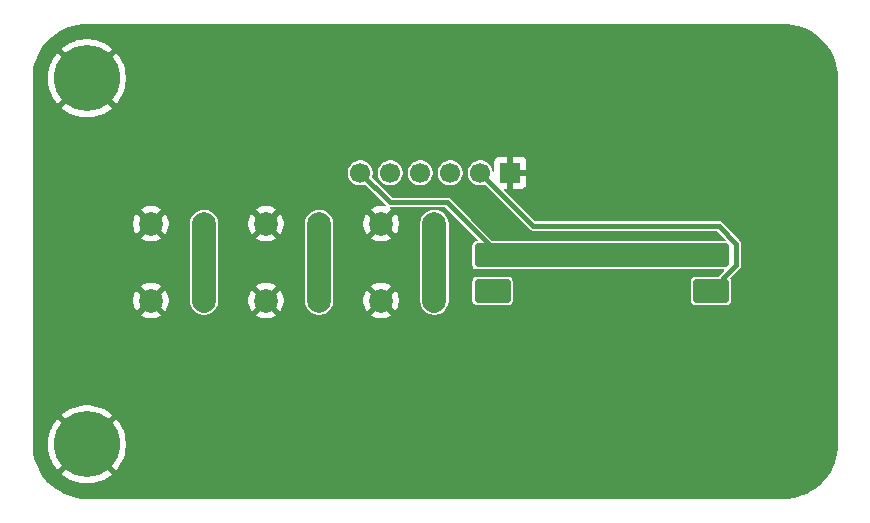
<source format=gtl>
G04 #@! TF.GenerationSoftware,KiCad,Pcbnew,9.0.0*
G04 #@! TF.CreationDate,2025-05-13T10:04:43+08:00*
G04 #@! TF.ProjectId,STEAM 2025 V4,53544541-4d20-4323-9032-352056342e6b,rev?*
G04 #@! TF.SameCoordinates,Original*
G04 #@! TF.FileFunction,Copper,L1,Top*
G04 #@! TF.FilePolarity,Positive*
%FSLAX46Y46*%
G04 Gerber Fmt 4.6, Leading zero omitted, Abs format (unit mm)*
G04 Created by KiCad (PCBNEW 9.0.0) date 2025-05-13 10:04:43*
%MOMM*%
%LPD*%
G01*
G04 APERTURE LIST*
G04 Aperture macros list*
%AMRoundRect*
0 Rectangle with rounded corners*
0 $1 Rounding radius*
0 $2 $3 $4 $5 $6 $7 $8 $9 X,Y pos of 4 corners*
0 Add a 4 corners polygon primitive as box body*
4,1,4,$2,$3,$4,$5,$6,$7,$8,$9,$2,$3,0*
0 Add four circle primitives for the rounded corners*
1,1,$1+$1,$2,$3*
1,1,$1+$1,$4,$5*
1,1,$1+$1,$6,$7*
1,1,$1+$1,$8,$9*
0 Add four rect primitives between the rounded corners*
20,1,$1+$1,$2,$3,$4,$5,0*
20,1,$1+$1,$4,$5,$6,$7,0*
20,1,$1+$1,$6,$7,$8,$9,0*
20,1,$1+$1,$8,$9,$2,$3,0*%
G04 Aperture macros list end*
G04 #@! TA.AperFunction,SMDPad,CuDef*
%ADD10RoundRect,0.200000X-1.300000X-0.800000X1.300000X-0.800000X1.300000X0.800000X-1.300000X0.800000X0*%
G04 #@! TD*
G04 #@! TA.AperFunction,ComponentPad*
%ADD11C,2.000000*%
G04 #@! TD*
G04 #@! TA.AperFunction,ComponentPad*
%ADD12R,1.700000X1.700000*%
G04 #@! TD*
G04 #@! TA.AperFunction,ComponentPad*
%ADD13C,1.700000*%
G04 #@! TD*
G04 #@! TA.AperFunction,ComponentPad*
%ADD14C,5.600000*%
G04 #@! TD*
G04 #@! TA.AperFunction,Conductor*
%ADD15C,0.400000*%
G04 #@! TD*
G04 #@! TA.AperFunction,Conductor*
%ADD16C,2.000000*%
G04 #@! TD*
G04 #@! TA.AperFunction,Conductor*
%ADD17C,0.200000*%
G04 #@! TD*
G04 APERTURE END LIST*
D10*
X131350000Y-148990000D03*
X149850000Y-148990000D03*
X131350000Y-151990000D03*
X131350000Y-154990000D03*
X149850000Y-154990000D03*
X149850000Y-151990000D03*
D11*
X126420000Y-146320000D03*
X126420000Y-152820000D03*
X121920000Y-146320000D03*
X121920000Y-152820000D03*
D12*
X132850000Y-142000000D03*
D13*
X130310000Y-142000000D03*
X127770000Y-142000000D03*
X125230000Y-142000000D03*
X122690000Y-142000000D03*
X120150000Y-142000000D03*
D11*
X116670000Y-146320000D03*
X116670000Y-152820000D03*
X112170000Y-146320000D03*
X112170000Y-152820000D03*
X106920000Y-146320000D03*
X106920000Y-152820000D03*
X102420000Y-146320000D03*
X102420000Y-152820000D03*
D14*
X156000000Y-134000000D03*
X156000000Y-165000000D03*
X97000000Y-165000000D03*
X97000000Y-134000000D03*
D15*
X152000000Y-149840000D02*
X149850000Y-151990000D01*
X152000000Y-148000000D02*
X152000000Y-149840000D01*
X150500000Y-146500000D02*
X152000000Y-148000000D01*
X134810000Y-146500000D02*
X150500000Y-146500000D01*
X130310000Y-142000000D02*
X134810000Y-146500000D01*
D16*
X126420000Y-146320000D02*
X126420000Y-152820000D01*
X116670000Y-146570000D02*
X116670000Y-152570000D01*
D17*
X131350000Y-148350000D02*
X131350000Y-148990000D01*
D15*
X127500000Y-144500000D02*
X131350000Y-148350000D01*
X122650000Y-144500000D02*
X127500000Y-144500000D01*
X120150000Y-142000000D02*
X122650000Y-144500000D01*
D16*
X131350000Y-148990000D02*
X149850000Y-148990000D01*
X106920000Y-146320000D02*
X106920000Y-152820000D01*
G04 #@! TA.AperFunction,Conductor*
G36*
X156001603Y-129400570D02*
G01*
X156397654Y-129417861D01*
X156404075Y-129418423D01*
X156795498Y-129469956D01*
X156801844Y-129471075D01*
X157187300Y-129556528D01*
X157193504Y-129558190D01*
X157517561Y-129660365D01*
X157570042Y-129676913D01*
X157576108Y-129679121D01*
X157940844Y-129830199D01*
X157946695Y-129832927D01*
X158296884Y-130015224D01*
X158302475Y-130018452D01*
X158635442Y-130230575D01*
X158640727Y-130234275D01*
X158953936Y-130474610D01*
X158958871Y-130478750D01*
X159067564Y-130578349D01*
X159249955Y-130745479D01*
X159254520Y-130750044D01*
X159444531Y-130957404D01*
X159495687Y-131013232D01*
X159521245Y-131041123D01*
X159525391Y-131046066D01*
X159729321Y-131311832D01*
X159765721Y-131359269D01*
X159769424Y-131364557D01*
X159981547Y-131697524D01*
X159984775Y-131703115D01*
X160167072Y-132053304D01*
X160169800Y-132059155D01*
X160320878Y-132423891D01*
X160323086Y-132429957D01*
X160441804Y-132806479D01*
X160443475Y-132812715D01*
X160528923Y-133198150D01*
X160530044Y-133204507D01*
X160581575Y-133595919D01*
X160582138Y-133602350D01*
X160599430Y-133998396D01*
X160599500Y-134001624D01*
X160599500Y-164998375D01*
X160599430Y-165001603D01*
X160582138Y-165397649D01*
X160581575Y-165404080D01*
X160530044Y-165795492D01*
X160528923Y-165801849D01*
X160443475Y-166187284D01*
X160441804Y-166193520D01*
X160323086Y-166570042D01*
X160320878Y-166576108D01*
X160169800Y-166940844D01*
X160167072Y-166946695D01*
X159984775Y-167296884D01*
X159981547Y-167302475D01*
X159769424Y-167635442D01*
X159765721Y-167640730D01*
X159525394Y-167953930D01*
X159521245Y-167958876D01*
X159254520Y-168249955D01*
X159249955Y-168254520D01*
X158958876Y-168521245D01*
X158953930Y-168525394D01*
X158640730Y-168765721D01*
X158635442Y-168769424D01*
X158302475Y-168981547D01*
X158296884Y-168984775D01*
X157946695Y-169167072D01*
X157940844Y-169169800D01*
X157576108Y-169320878D01*
X157570042Y-169323086D01*
X157193520Y-169441804D01*
X157187284Y-169443475D01*
X156801849Y-169528923D01*
X156795492Y-169530044D01*
X156404080Y-169581575D01*
X156397649Y-169582138D01*
X156001603Y-169599430D01*
X155998375Y-169599500D01*
X97001625Y-169599500D01*
X96998397Y-169599430D01*
X96602350Y-169582138D01*
X96595919Y-169581575D01*
X96204507Y-169530044D01*
X96198150Y-169528923D01*
X95812715Y-169443475D01*
X95806479Y-169441804D01*
X95429957Y-169323086D01*
X95423891Y-169320878D01*
X95059155Y-169169800D01*
X95053304Y-169167072D01*
X94703115Y-168984775D01*
X94697524Y-168981547D01*
X94364557Y-168769424D01*
X94359269Y-168765721D01*
X94046069Y-168525394D01*
X94041123Y-168521245D01*
X93750044Y-168254520D01*
X93745479Y-168249955D01*
X93578349Y-168067564D01*
X93478750Y-167958871D01*
X93474605Y-167953930D01*
X93382517Y-167833919D01*
X93234275Y-167640727D01*
X93230575Y-167635442D01*
X93153678Y-167514738D01*
X93018452Y-167302475D01*
X93015224Y-167296884D01*
X92832927Y-166946695D01*
X92830199Y-166940844D01*
X92679121Y-166576108D01*
X92676913Y-166570042D01*
X92613349Y-166368443D01*
X92558190Y-166193504D01*
X92556528Y-166187300D01*
X92471075Y-165801844D01*
X92469955Y-165795492D01*
X92446085Y-165614187D01*
X92418423Y-165404075D01*
X92417861Y-165397649D01*
X92400570Y-165001603D01*
X92400500Y-164998375D01*
X92400500Y-164837881D01*
X93700000Y-164837881D01*
X93700000Y-165162118D01*
X93731781Y-165484799D01*
X93795034Y-165802797D01*
X93889157Y-166113076D01*
X93889162Y-166113090D01*
X94013232Y-166412622D01*
X94013236Y-166412630D01*
X94166080Y-166698582D01*
X94166081Y-166698584D01*
X94346213Y-166968173D01*
X94495889Y-167150553D01*
X95705746Y-165940696D01*
X95779588Y-166042330D01*
X95957670Y-166220412D01*
X96059301Y-166294251D01*
X94849444Y-167504109D01*
X95031826Y-167653786D01*
X95301415Y-167833918D01*
X95301417Y-167833919D01*
X95587369Y-167986763D01*
X95587377Y-167986767D01*
X95886909Y-168110837D01*
X95886923Y-168110842D01*
X96197202Y-168204965D01*
X96515200Y-168268218D01*
X96837882Y-168300000D01*
X97162118Y-168300000D01*
X97484799Y-168268218D01*
X97802797Y-168204965D01*
X98113076Y-168110842D01*
X98113090Y-168110837D01*
X98412622Y-167986767D01*
X98412630Y-167986763D01*
X98698582Y-167833919D01*
X98698584Y-167833918D01*
X98968173Y-167653786D01*
X99150554Y-167504109D01*
X97940697Y-166294252D01*
X98042330Y-166220412D01*
X98220412Y-166042330D01*
X98294252Y-165940697D01*
X99504109Y-167150554D01*
X99653786Y-166968173D01*
X99833918Y-166698584D01*
X99833919Y-166698582D01*
X99986763Y-166412630D01*
X99986767Y-166412622D01*
X100110837Y-166113090D01*
X100110842Y-166113076D01*
X100204965Y-165802797D01*
X100268218Y-165484799D01*
X100300000Y-165162118D01*
X100300000Y-164837881D01*
X100268218Y-164515200D01*
X100204965Y-164197202D01*
X100110842Y-163886923D01*
X100110837Y-163886909D01*
X99986767Y-163587377D01*
X99986763Y-163587369D01*
X99833919Y-163301417D01*
X99833918Y-163301415D01*
X99653786Y-163031826D01*
X99504108Y-162849444D01*
X98294251Y-164059301D01*
X98220412Y-163957670D01*
X98042330Y-163779588D01*
X97940696Y-163705747D01*
X99150554Y-162495890D01*
X98968173Y-162346213D01*
X98698584Y-162166081D01*
X98698582Y-162166080D01*
X98412630Y-162013236D01*
X98412622Y-162013232D01*
X98113090Y-161889162D01*
X98113076Y-161889157D01*
X97802797Y-161795034D01*
X97484799Y-161731781D01*
X97162118Y-161700000D01*
X96837882Y-161700000D01*
X96515200Y-161731781D01*
X96197202Y-161795034D01*
X95886923Y-161889157D01*
X95886909Y-161889162D01*
X95587377Y-162013232D01*
X95587369Y-162013236D01*
X95301417Y-162166080D01*
X95301415Y-162166081D01*
X95031822Y-162346217D01*
X94849444Y-162495889D01*
X96059302Y-163705747D01*
X95957670Y-163779588D01*
X95779588Y-163957670D01*
X95705747Y-164059302D01*
X94495889Y-162849444D01*
X94346217Y-163031822D01*
X94166081Y-163301415D01*
X94166080Y-163301417D01*
X94013236Y-163587369D01*
X94013232Y-163587377D01*
X93889162Y-163886909D01*
X93889157Y-163886923D01*
X93795034Y-164197202D01*
X93731781Y-164515200D01*
X93700000Y-164837881D01*
X92400500Y-164837881D01*
X92400500Y-152701946D01*
X100920000Y-152701946D01*
X100920000Y-152938053D01*
X100956934Y-153171248D01*
X100956937Y-153171261D01*
X101029892Y-153395792D01*
X101137082Y-153606166D01*
X101197340Y-153689105D01*
X101896212Y-152990233D01*
X101907482Y-153032292D01*
X101979890Y-153157708D01*
X102082292Y-153260110D01*
X102207708Y-153332518D01*
X102249765Y-153343787D01*
X101550893Y-154042658D01*
X101633833Y-154102917D01*
X101844207Y-154210107D01*
X102068738Y-154283062D01*
X102068751Y-154283065D01*
X102301946Y-154320000D01*
X102538054Y-154320000D01*
X102771248Y-154283065D01*
X102771261Y-154283062D01*
X102995792Y-154210107D01*
X103206170Y-154102915D01*
X103289105Y-154042659D01*
X102590234Y-153343787D01*
X102632292Y-153332518D01*
X102757708Y-153260110D01*
X102860110Y-153157708D01*
X102932518Y-153032292D01*
X102943787Y-152990233D01*
X103642659Y-153689105D01*
X103702915Y-153606170D01*
X103810107Y-153395792D01*
X103883062Y-153171261D01*
X103883065Y-153171248D01*
X103920000Y-152938053D01*
X103920000Y-152701946D01*
X103883065Y-152468751D01*
X103883062Y-152468738D01*
X103810107Y-152244207D01*
X103702917Y-152033833D01*
X103642658Y-151950893D01*
X102943787Y-152649764D01*
X102932518Y-152607708D01*
X102860110Y-152482292D01*
X102757708Y-152379890D01*
X102632292Y-152307482D01*
X102590232Y-152296212D01*
X103289105Y-151597340D01*
X103289106Y-151597340D01*
X103206166Y-151537082D01*
X102995792Y-151429892D01*
X102771261Y-151356937D01*
X102771248Y-151356934D01*
X102538054Y-151320000D01*
X102301946Y-151320000D01*
X102068751Y-151356934D01*
X102068738Y-151356937D01*
X101844207Y-151429892D01*
X101633828Y-151537084D01*
X101550893Y-151597339D01*
X101550893Y-151597340D01*
X102249765Y-152296212D01*
X102207708Y-152307482D01*
X102082292Y-152379890D01*
X101979890Y-152482292D01*
X101907482Y-152607708D01*
X101896212Y-152649765D01*
X101197340Y-151950893D01*
X101197339Y-151950893D01*
X101137084Y-152033828D01*
X101029892Y-152244207D01*
X100956937Y-152468738D01*
X100956934Y-152468751D01*
X100920000Y-152701946D01*
X92400500Y-152701946D01*
X92400500Y-146201946D01*
X100920000Y-146201946D01*
X100920000Y-146438053D01*
X100956934Y-146671248D01*
X100956937Y-146671261D01*
X101029892Y-146895792D01*
X101137082Y-147106166D01*
X101197340Y-147189105D01*
X101896212Y-146490233D01*
X101907482Y-146532292D01*
X101979890Y-146657708D01*
X102082292Y-146760110D01*
X102207708Y-146832518D01*
X102249765Y-146843787D01*
X101550893Y-147542658D01*
X101633833Y-147602917D01*
X101844207Y-147710107D01*
X102068738Y-147783062D01*
X102068751Y-147783065D01*
X102301946Y-147820000D01*
X102538054Y-147820000D01*
X102771248Y-147783065D01*
X102771261Y-147783062D01*
X102995792Y-147710107D01*
X103206170Y-147602915D01*
X103289105Y-147542659D01*
X102590234Y-146843787D01*
X102632292Y-146832518D01*
X102757708Y-146760110D01*
X102860110Y-146657708D01*
X102932518Y-146532292D01*
X102943787Y-146490233D01*
X103642659Y-147189105D01*
X103702915Y-147106170D01*
X103810107Y-146895792D01*
X103883062Y-146671261D01*
X103883065Y-146671248D01*
X103920000Y-146438053D01*
X103920000Y-146225518D01*
X105719500Y-146225518D01*
X105719500Y-152914481D01*
X105749059Y-153101115D01*
X105749062Y-153101128D01*
X105807449Y-153280824D01*
X105807452Y-153280831D01*
X105807453Y-153280832D01*
X105893240Y-153449199D01*
X106004310Y-153602073D01*
X106137927Y-153735690D01*
X106290801Y-153846760D01*
X106459168Y-153932547D01*
X106459171Y-153932547D01*
X106459175Y-153932550D01*
X106638871Y-153990937D01*
X106638877Y-153990938D01*
X106638882Y-153990940D01*
X106763306Y-154010646D01*
X106825518Y-154020500D01*
X106825519Y-154020500D01*
X107014482Y-154020500D01*
X107061140Y-154013110D01*
X107201118Y-153990940D01*
X107201125Y-153990937D01*
X107201128Y-153990937D01*
X107345343Y-153944078D01*
X107345345Y-153944078D01*
X107380826Y-153932549D01*
X107380826Y-153932548D01*
X107380832Y-153932547D01*
X107549199Y-153846760D01*
X107702073Y-153735690D01*
X107835690Y-153602073D01*
X107946760Y-153449199D01*
X108032547Y-153280832D01*
X108066725Y-153175646D01*
X108090937Y-153101128D01*
X108090937Y-153101125D01*
X108090940Y-153101118D01*
X108120500Y-152914481D01*
X108120500Y-152701946D01*
X110670000Y-152701946D01*
X110670000Y-152938053D01*
X110706934Y-153171248D01*
X110706937Y-153171261D01*
X110779892Y-153395792D01*
X110887082Y-153606166D01*
X110947340Y-153689105D01*
X111646212Y-152990233D01*
X111657482Y-153032292D01*
X111729890Y-153157708D01*
X111832292Y-153260110D01*
X111957708Y-153332518D01*
X111999765Y-153343787D01*
X111300893Y-154042658D01*
X111383833Y-154102917D01*
X111594207Y-154210107D01*
X111818738Y-154283062D01*
X111818751Y-154283065D01*
X112051946Y-154320000D01*
X112288054Y-154320000D01*
X112521248Y-154283065D01*
X112521261Y-154283062D01*
X112745792Y-154210107D01*
X112956170Y-154102915D01*
X113039105Y-154042659D01*
X112340234Y-153343787D01*
X112382292Y-153332518D01*
X112507708Y-153260110D01*
X112610110Y-153157708D01*
X112682518Y-153032292D01*
X112693787Y-152990233D01*
X113392659Y-153689105D01*
X113452915Y-153606170D01*
X113560107Y-153395792D01*
X113633062Y-153171261D01*
X113633065Y-153171248D01*
X113670000Y-152938053D01*
X113670000Y-152701946D01*
X113633065Y-152468751D01*
X113633062Y-152468738D01*
X113560107Y-152244207D01*
X113452917Y-152033833D01*
X113392658Y-151950893D01*
X112693787Y-152649764D01*
X112682518Y-152607708D01*
X112610110Y-152482292D01*
X112507708Y-152379890D01*
X112382292Y-152307482D01*
X112340232Y-152296212D01*
X113039105Y-151597340D01*
X113039106Y-151597340D01*
X112956166Y-151537082D01*
X112745792Y-151429892D01*
X112521261Y-151356937D01*
X112521248Y-151356934D01*
X112288054Y-151320000D01*
X112051946Y-151320000D01*
X111818751Y-151356934D01*
X111818738Y-151356937D01*
X111594207Y-151429892D01*
X111383828Y-151537084D01*
X111300893Y-151597339D01*
X111300893Y-151597340D01*
X111999765Y-152296212D01*
X111957708Y-152307482D01*
X111832292Y-152379890D01*
X111729890Y-152482292D01*
X111657482Y-152607708D01*
X111646212Y-152649765D01*
X110947340Y-151950893D01*
X110947339Y-151950893D01*
X110887084Y-152033828D01*
X110779892Y-152244207D01*
X110706937Y-152468738D01*
X110706934Y-152468751D01*
X110670000Y-152701946D01*
X108120500Y-152701946D01*
X108120500Y-146225519D01*
X108120500Y-146225516D01*
X108118140Y-146210615D01*
X108116767Y-146201946D01*
X110670000Y-146201946D01*
X110670000Y-146438053D01*
X110706934Y-146671248D01*
X110706937Y-146671261D01*
X110779892Y-146895792D01*
X110887082Y-147106166D01*
X110947340Y-147189105D01*
X111646212Y-146490233D01*
X111657482Y-146532292D01*
X111729890Y-146657708D01*
X111832292Y-146760110D01*
X111957708Y-146832518D01*
X111999765Y-146843787D01*
X111300893Y-147542658D01*
X111383833Y-147602917D01*
X111594207Y-147710107D01*
X111818738Y-147783062D01*
X111818751Y-147783065D01*
X112051946Y-147820000D01*
X112288054Y-147820000D01*
X112521248Y-147783065D01*
X112521261Y-147783062D01*
X112745792Y-147710107D01*
X112956170Y-147602915D01*
X113039105Y-147542659D01*
X112340234Y-146843787D01*
X112382292Y-146832518D01*
X112507708Y-146760110D01*
X112610110Y-146657708D01*
X112682518Y-146532292D01*
X112693787Y-146490233D01*
X113392659Y-147189105D01*
X113452915Y-147106170D01*
X113560107Y-146895792D01*
X113633062Y-146671261D01*
X113633065Y-146671248D01*
X113670000Y-146438053D01*
X113670000Y-146225518D01*
X115469500Y-146225518D01*
X115469500Y-146414482D01*
X115472500Y-146433425D01*
X115472500Y-146456575D01*
X115469500Y-146475517D01*
X115469500Y-152664482D01*
X115472500Y-152683425D01*
X115472500Y-152706575D01*
X115469500Y-152725517D01*
X115469500Y-152914481D01*
X115499059Y-153101115D01*
X115499062Y-153101128D01*
X115557449Y-153280824D01*
X115557452Y-153280831D01*
X115557453Y-153280832D01*
X115643240Y-153449199D01*
X115754310Y-153602073D01*
X115887927Y-153735690D01*
X116040801Y-153846760D01*
X116209168Y-153932547D01*
X116209171Y-153932547D01*
X116209175Y-153932550D01*
X116388871Y-153990937D01*
X116388877Y-153990938D01*
X116388882Y-153990940D01*
X116513306Y-154010646D01*
X116575518Y-154020500D01*
X116575519Y-154020500D01*
X116764482Y-154020500D01*
X116811140Y-154013110D01*
X116951118Y-153990940D01*
X116951125Y-153990937D01*
X116951128Y-153990937D01*
X117095343Y-153944078D01*
X117095345Y-153944078D01*
X117130826Y-153932549D01*
X117130826Y-153932548D01*
X117130832Y-153932547D01*
X117299199Y-153846760D01*
X117452073Y-153735690D01*
X117585690Y-153602073D01*
X117696760Y-153449199D01*
X117782547Y-153280832D01*
X117816725Y-153175646D01*
X117840937Y-153101128D01*
X117840937Y-153101125D01*
X117840940Y-153101118D01*
X117870500Y-152914481D01*
X117870500Y-152725519D01*
X117870500Y-152725517D01*
X117870500Y-152725515D01*
X117868140Y-152710620D01*
X117867499Y-152706572D01*
X117867499Y-152701946D01*
X120420000Y-152701946D01*
X120420000Y-152938053D01*
X120456934Y-153171248D01*
X120456937Y-153171261D01*
X120529892Y-153395792D01*
X120637082Y-153606166D01*
X120697340Y-153689105D01*
X121396212Y-152990233D01*
X121407482Y-153032292D01*
X121479890Y-153157708D01*
X121582292Y-153260110D01*
X121707708Y-153332518D01*
X121749765Y-153343787D01*
X121050893Y-154042658D01*
X121133833Y-154102917D01*
X121344207Y-154210107D01*
X121568738Y-154283062D01*
X121568751Y-154283065D01*
X121801946Y-154320000D01*
X122038054Y-154320000D01*
X122271248Y-154283065D01*
X122271261Y-154283062D01*
X122495792Y-154210107D01*
X122706170Y-154102915D01*
X122789105Y-154042659D01*
X122090234Y-153343787D01*
X122132292Y-153332518D01*
X122257708Y-153260110D01*
X122360110Y-153157708D01*
X122432518Y-153032292D01*
X122443787Y-152990233D01*
X123142659Y-153689105D01*
X123202915Y-153606170D01*
X123310107Y-153395792D01*
X123383062Y-153171261D01*
X123383065Y-153171248D01*
X123420000Y-152938053D01*
X123420000Y-152701946D01*
X123383065Y-152468751D01*
X123383062Y-152468738D01*
X123310107Y-152244207D01*
X123202917Y-152033833D01*
X123142658Y-151950893D01*
X122443787Y-152649764D01*
X122432518Y-152607708D01*
X122360110Y-152482292D01*
X122257708Y-152379890D01*
X122132292Y-152307482D01*
X122090232Y-152296212D01*
X122789105Y-151597340D01*
X122789106Y-151597340D01*
X122706166Y-151537082D01*
X122495792Y-151429892D01*
X122271261Y-151356937D01*
X122271248Y-151356934D01*
X122038054Y-151320000D01*
X121801946Y-151320000D01*
X121568751Y-151356934D01*
X121568738Y-151356937D01*
X121344207Y-151429892D01*
X121133828Y-151537084D01*
X121050893Y-151597339D01*
X121050893Y-151597340D01*
X121749765Y-152296212D01*
X121707708Y-152307482D01*
X121582292Y-152379890D01*
X121479890Y-152482292D01*
X121407482Y-152607708D01*
X121396212Y-152649765D01*
X120697340Y-151950893D01*
X120697339Y-151950893D01*
X120637084Y-152033828D01*
X120529892Y-152244207D01*
X120456937Y-152468738D01*
X120456934Y-152468751D01*
X120420000Y-152701946D01*
X117867499Y-152701946D01*
X117867500Y-152683421D01*
X117870499Y-152664485D01*
X117870500Y-152664484D01*
X117870500Y-146475515D01*
X117870499Y-146475514D01*
X117867500Y-146456579D01*
X117867500Y-146433421D01*
X117870499Y-146414485D01*
X117870500Y-146414484D01*
X117870500Y-146225516D01*
X117868140Y-146210615D01*
X117840940Y-146038884D01*
X117840937Y-146038871D01*
X117782550Y-145859175D01*
X117782547Y-145859171D01*
X117782547Y-145859168D01*
X117696760Y-145690801D01*
X117585690Y-145537927D01*
X117452073Y-145404310D01*
X117452070Y-145404307D01*
X117452068Y-145404306D01*
X117299198Y-145293239D01*
X117130824Y-145207449D01*
X116951128Y-145149062D01*
X116951115Y-145149059D01*
X116764482Y-145119500D01*
X116764481Y-145119500D01*
X116575519Y-145119500D01*
X116575518Y-145119500D01*
X116388884Y-145149059D01*
X116388871Y-145149062D01*
X116209175Y-145207449D01*
X116040801Y-145293239D01*
X115887931Y-145404306D01*
X115754306Y-145537931D01*
X115643239Y-145690801D01*
X115557449Y-145859175D01*
X115499062Y-146038871D01*
X115499059Y-146038884D01*
X115469500Y-146225518D01*
X113670000Y-146225518D01*
X113670000Y-146201946D01*
X113633065Y-145968751D01*
X113633062Y-145968738D01*
X113560107Y-145744207D01*
X113452917Y-145533833D01*
X113392658Y-145450893D01*
X112693787Y-146149764D01*
X112682518Y-146107708D01*
X112610110Y-145982292D01*
X112507708Y-145879890D01*
X112382292Y-145807482D01*
X112340232Y-145796212D01*
X113039105Y-145097340D01*
X113039106Y-145097340D01*
X112956166Y-145037082D01*
X112745792Y-144929892D01*
X112521261Y-144856937D01*
X112521248Y-144856934D01*
X112288054Y-144820000D01*
X112051946Y-144820000D01*
X111818751Y-144856934D01*
X111818738Y-144856937D01*
X111594207Y-144929892D01*
X111383828Y-145037084D01*
X111300893Y-145097339D01*
X111300893Y-145097340D01*
X111999765Y-145796212D01*
X111957708Y-145807482D01*
X111832292Y-145879890D01*
X111729890Y-145982292D01*
X111657482Y-146107708D01*
X111646212Y-146149765D01*
X110947340Y-145450893D01*
X110947339Y-145450893D01*
X110887084Y-145533828D01*
X110779892Y-145744207D01*
X110706937Y-145968738D01*
X110706934Y-145968751D01*
X110670000Y-146201946D01*
X108116767Y-146201946D01*
X108090940Y-146038884D01*
X108090937Y-146038871D01*
X108032550Y-145859175D01*
X108032547Y-145859171D01*
X108032547Y-145859168D01*
X107946760Y-145690801D01*
X107835690Y-145537927D01*
X107702073Y-145404310D01*
X107702070Y-145404307D01*
X107702068Y-145404306D01*
X107549198Y-145293239D01*
X107380826Y-145207450D01*
X107345342Y-145195921D01*
X107345341Y-145195920D01*
X107201128Y-145149062D01*
X107201115Y-145149059D01*
X107014482Y-145119500D01*
X107014481Y-145119500D01*
X106825519Y-145119500D01*
X106825518Y-145119500D01*
X106638884Y-145149059D01*
X106638871Y-145149062D01*
X106459175Y-145207449D01*
X106290801Y-145293239D01*
X106137931Y-145404306D01*
X106004306Y-145537931D01*
X105893239Y-145690801D01*
X105807449Y-145859175D01*
X105749062Y-146038871D01*
X105749059Y-146038884D01*
X105719500Y-146225518D01*
X103920000Y-146225518D01*
X103920000Y-146201946D01*
X103883065Y-145968751D01*
X103883062Y-145968738D01*
X103810107Y-145744207D01*
X103702917Y-145533833D01*
X103642658Y-145450893D01*
X102943787Y-146149764D01*
X102932518Y-146107708D01*
X102860110Y-145982292D01*
X102757708Y-145879890D01*
X102632292Y-145807482D01*
X102590232Y-145796212D01*
X103289105Y-145097340D01*
X103289106Y-145097340D01*
X103206166Y-145037082D01*
X102995792Y-144929892D01*
X102771261Y-144856937D01*
X102771248Y-144856934D01*
X102538054Y-144820000D01*
X102301946Y-144820000D01*
X102068751Y-144856934D01*
X102068738Y-144856937D01*
X101844207Y-144929892D01*
X101633828Y-145037084D01*
X101550893Y-145097339D01*
X101550893Y-145097340D01*
X102249765Y-145796212D01*
X102207708Y-145807482D01*
X102082292Y-145879890D01*
X101979890Y-145982292D01*
X101907482Y-146107708D01*
X101896212Y-146149765D01*
X101197340Y-145450893D01*
X101197339Y-145450893D01*
X101137084Y-145533828D01*
X101029892Y-145744207D01*
X100956937Y-145968738D01*
X100956934Y-145968751D01*
X100920000Y-146201946D01*
X92400500Y-146201946D01*
X92400500Y-141896535D01*
X119099500Y-141896535D01*
X119099500Y-142103464D01*
X119139868Y-142306413D01*
X119139870Y-142306420D01*
X119219059Y-142497598D01*
X119334023Y-142669655D01*
X119480345Y-142815977D01*
X119652402Y-142930941D01*
X119843580Y-143010130D01*
X120046535Y-143050500D01*
X120046536Y-143050500D01*
X120253464Y-143050500D01*
X120253465Y-143050500D01*
X120456420Y-143010130D01*
X120507837Y-142988832D01*
X120564472Y-142988832D01*
X120588480Y-143004873D01*
X122311359Y-144727752D01*
X122333033Y-144780077D01*
X122311359Y-144832403D01*
X122259033Y-144854077D01*
X122247457Y-144853166D01*
X122038054Y-144820000D01*
X121801946Y-144820000D01*
X121568751Y-144856934D01*
X121568738Y-144856937D01*
X121344207Y-144929892D01*
X121133828Y-145037084D01*
X121050893Y-145097339D01*
X121050893Y-145097340D01*
X121749765Y-145796212D01*
X121707708Y-145807482D01*
X121582292Y-145879890D01*
X121479890Y-145982292D01*
X121407482Y-146107708D01*
X121396212Y-146149765D01*
X120697340Y-145450893D01*
X120697339Y-145450893D01*
X120637084Y-145533828D01*
X120529892Y-145744207D01*
X120456937Y-145968738D01*
X120456934Y-145968751D01*
X120420000Y-146201946D01*
X120420000Y-146438053D01*
X120456934Y-146671248D01*
X120456937Y-146671261D01*
X120529892Y-146895792D01*
X120637082Y-147106166D01*
X120697340Y-147189105D01*
X121396212Y-146490233D01*
X121407482Y-146532292D01*
X121479890Y-146657708D01*
X121582292Y-146760110D01*
X121707708Y-146832518D01*
X121749765Y-146843787D01*
X121050893Y-147542658D01*
X121133833Y-147602917D01*
X121344207Y-147710107D01*
X121568738Y-147783062D01*
X121568751Y-147783065D01*
X121801946Y-147820000D01*
X122038054Y-147820000D01*
X122271248Y-147783065D01*
X122271261Y-147783062D01*
X122495792Y-147710107D01*
X122706170Y-147602915D01*
X122789105Y-147542659D01*
X122090234Y-146843787D01*
X122132292Y-146832518D01*
X122257708Y-146760110D01*
X122360110Y-146657708D01*
X122432518Y-146532292D01*
X122443787Y-146490233D01*
X123142659Y-147189105D01*
X123202915Y-147106170D01*
X123310107Y-146895792D01*
X123383062Y-146671261D01*
X123383065Y-146671248D01*
X123420000Y-146438053D01*
X123420000Y-146225518D01*
X125219500Y-146225518D01*
X125219500Y-152914481D01*
X125249059Y-153101115D01*
X125249062Y-153101128D01*
X125307449Y-153280824D01*
X125307452Y-153280831D01*
X125307453Y-153280832D01*
X125393240Y-153449199D01*
X125504310Y-153602073D01*
X125637927Y-153735690D01*
X125790801Y-153846760D01*
X125959168Y-153932547D01*
X125959171Y-153932547D01*
X125959175Y-153932550D01*
X126138871Y-153990937D01*
X126138877Y-153990938D01*
X126138882Y-153990940D01*
X126263306Y-154010646D01*
X126325518Y-154020500D01*
X126325519Y-154020500D01*
X126514482Y-154020500D01*
X126561140Y-154013110D01*
X126701118Y-153990940D01*
X126701125Y-153990937D01*
X126701128Y-153990937D01*
X126880824Y-153932550D01*
X126880826Y-153932548D01*
X126880832Y-153932547D01*
X127049199Y-153846760D01*
X127202073Y-153735690D01*
X127335690Y-153602073D01*
X127446760Y-153449199D01*
X127532547Y-153280832D01*
X127566725Y-153175646D01*
X127590937Y-153101128D01*
X127590937Y-153101125D01*
X127590940Y-153101118D01*
X127620500Y-152914481D01*
X127620500Y-151158480D01*
X129649500Y-151158480D01*
X129649500Y-152821519D01*
X129664353Y-152915304D01*
X129664354Y-152915306D01*
X129721950Y-153028342D01*
X129811658Y-153118050D01*
X129924696Y-153175646D01*
X130018481Y-153190500D01*
X132681518Y-153190499D01*
X132681519Y-153190499D01*
X132775304Y-153175646D01*
X132775306Y-153175645D01*
X132783910Y-153171261D01*
X132888342Y-153118050D01*
X132978050Y-153028342D01*
X133035646Y-152915304D01*
X133050500Y-152821519D01*
X133050499Y-151158482D01*
X133035646Y-151064696D01*
X133035646Y-151064695D01*
X133035645Y-151064693D01*
X132978049Y-150951657D01*
X132888343Y-150861951D01*
X132888342Y-150861950D01*
X132775304Y-150804354D01*
X132775302Y-150804353D01*
X132775301Y-150804353D01*
X132681519Y-150789500D01*
X130018480Y-150789500D01*
X129924695Y-150804353D01*
X129924693Y-150804354D01*
X129811657Y-150861950D01*
X129721951Y-150951656D01*
X129664353Y-151064698D01*
X129649500Y-151158480D01*
X127620500Y-151158480D01*
X127620500Y-146225519D01*
X127618139Y-146210615D01*
X127604864Y-146126795D01*
X127590940Y-146038882D01*
X127590938Y-146038877D01*
X127590937Y-146038871D01*
X127532550Y-145859175D01*
X127532547Y-145859171D01*
X127532547Y-145859168D01*
X127446760Y-145690801D01*
X127335690Y-145537927D01*
X127202073Y-145404310D01*
X127202070Y-145404307D01*
X127202068Y-145404306D01*
X127049198Y-145293239D01*
X126880824Y-145207449D01*
X126701128Y-145149062D01*
X126701115Y-145149059D01*
X126514482Y-145119500D01*
X126514481Y-145119500D01*
X126325519Y-145119500D01*
X126325518Y-145119500D01*
X126138884Y-145149059D01*
X126138871Y-145149062D01*
X125959175Y-145207449D01*
X125790801Y-145293239D01*
X125637931Y-145404306D01*
X125504306Y-145537931D01*
X125393239Y-145690801D01*
X125307449Y-145859175D01*
X125249062Y-146038871D01*
X125249059Y-146038884D01*
X125219500Y-146225518D01*
X123420000Y-146225518D01*
X123420000Y-146201946D01*
X123383065Y-145968751D01*
X123383062Y-145968738D01*
X123310107Y-145744207D01*
X123202917Y-145533833D01*
X123142658Y-145450893D01*
X122443787Y-146149764D01*
X122432518Y-146107708D01*
X122360110Y-145982292D01*
X122257708Y-145879890D01*
X122132292Y-145807482D01*
X122090232Y-145796212D01*
X122789105Y-145097340D01*
X122789106Y-145097340D01*
X122703819Y-145035377D01*
X122704603Y-145034297D01*
X122673711Y-144991764D01*
X122682579Y-144935826D01*
X122728405Y-144902542D01*
X122745669Y-144900500D01*
X127303455Y-144900500D01*
X127355781Y-144922174D01*
X130096781Y-147663174D01*
X130118455Y-147715500D01*
X130096781Y-147767826D01*
X130044458Y-147789500D01*
X130018480Y-147789500D01*
X129924695Y-147804353D01*
X129924693Y-147804354D01*
X129811657Y-147861950D01*
X129721951Y-147951656D01*
X129664353Y-148064698D01*
X129649500Y-148158480D01*
X129649500Y-149821519D01*
X129664353Y-149915304D01*
X129664354Y-149915306D01*
X129704751Y-149994588D01*
X129721950Y-150028342D01*
X129811658Y-150118050D01*
X129924696Y-150175646D01*
X130018481Y-150190500D01*
X131249547Y-150190499D01*
X131249561Y-150190500D01*
X131255519Y-150190500D01*
X149950440Y-150190500D01*
X149950452Y-150190499D01*
X150904455Y-150190499D01*
X150956781Y-150212173D01*
X150978455Y-150264499D01*
X150956781Y-150316825D01*
X150505779Y-150767826D01*
X150453453Y-150789500D01*
X148518480Y-150789500D01*
X148424695Y-150804353D01*
X148424693Y-150804354D01*
X148311657Y-150861950D01*
X148221951Y-150951656D01*
X148164353Y-151064698D01*
X148149500Y-151158480D01*
X148149500Y-152821519D01*
X148164353Y-152915304D01*
X148164354Y-152915306D01*
X148221950Y-153028342D01*
X148311658Y-153118050D01*
X148424696Y-153175646D01*
X148518481Y-153190500D01*
X151181518Y-153190499D01*
X151181519Y-153190499D01*
X151275304Y-153175646D01*
X151275306Y-153175645D01*
X151283910Y-153171261D01*
X151388342Y-153118050D01*
X151478050Y-153028342D01*
X151535646Y-152915304D01*
X151550500Y-152821519D01*
X151550499Y-151158482D01*
X151535646Y-151064696D01*
X151535646Y-151064695D01*
X151535645Y-151064694D01*
X151534643Y-151062727D01*
X151494587Y-150984115D01*
X151490143Y-150927655D01*
X151508194Y-150898197D01*
X152320480Y-150085913D01*
X152373207Y-149994588D01*
X152400500Y-149892727D01*
X152400500Y-149787273D01*
X152400500Y-147947273D01*
X152400500Y-147947271D01*
X152400499Y-147947270D01*
X152373208Y-147845417D01*
X152373207Y-147845413D01*
X152320480Y-147754087D01*
X152245913Y-147679520D01*
X150745913Y-146179520D01*
X150745910Y-146179518D01*
X150745909Y-146179517D01*
X150654592Y-146126795D01*
X150654588Y-146126793D01*
X150583360Y-146107708D01*
X150552727Y-146099500D01*
X150552726Y-146099500D01*
X135006545Y-146099500D01*
X134954219Y-146077826D01*
X132352719Y-143476326D01*
X132331045Y-143424000D01*
X132352719Y-143371674D01*
X132405045Y-143350000D01*
X132600000Y-143350000D01*
X132600000Y-142433012D01*
X132657007Y-142465925D01*
X132784174Y-142500000D01*
X132915826Y-142500000D01*
X133042993Y-142465925D01*
X133100000Y-142433012D01*
X133100000Y-143350000D01*
X133747829Y-143350000D01*
X133807375Y-143343597D01*
X133807380Y-143343596D01*
X133942087Y-143293354D01*
X133942088Y-143293353D01*
X134057188Y-143207188D01*
X134143353Y-143092088D01*
X134143354Y-143092087D01*
X134193596Y-142957380D01*
X134193597Y-142957375D01*
X134200000Y-142897828D01*
X134200000Y-142250000D01*
X133283012Y-142250000D01*
X133315925Y-142192993D01*
X133350000Y-142065826D01*
X133350000Y-141934174D01*
X133315925Y-141807007D01*
X133283012Y-141750000D01*
X134200000Y-141750000D01*
X134200000Y-141102171D01*
X134193597Y-141042624D01*
X134193596Y-141042619D01*
X134143354Y-140907912D01*
X134143353Y-140907911D01*
X134057188Y-140792811D01*
X133942088Y-140706646D01*
X133942087Y-140706645D01*
X133807380Y-140656403D01*
X133807375Y-140656402D01*
X133747829Y-140650000D01*
X133100000Y-140650000D01*
X133100000Y-141566988D01*
X133042993Y-141534075D01*
X132915826Y-141500000D01*
X132784174Y-141500000D01*
X132657007Y-141534075D01*
X132600000Y-141566988D01*
X132600000Y-140650000D01*
X131952171Y-140650000D01*
X131892624Y-140656402D01*
X131892619Y-140656403D01*
X131757912Y-140706645D01*
X131757911Y-140706646D01*
X131642811Y-140792811D01*
X131556646Y-140907911D01*
X131556645Y-140907912D01*
X131506403Y-141042619D01*
X131506402Y-141042624D01*
X131500000Y-141102171D01*
X131500000Y-141846515D01*
X131478326Y-141898841D01*
X131426000Y-141920515D01*
X131373674Y-141898841D01*
X131353422Y-141860951D01*
X131342692Y-141807007D01*
X131320130Y-141693580D01*
X131240941Y-141502402D01*
X131125977Y-141330345D01*
X130979655Y-141184023D01*
X130807598Y-141069059D01*
X130616420Y-140989870D01*
X130616413Y-140989868D01*
X130463516Y-140959455D01*
X130413465Y-140949500D01*
X130206535Y-140949500D01*
X130166385Y-140957486D01*
X130003586Y-140989868D01*
X130003579Y-140989870D01*
X129812401Y-141069059D01*
X129640345Y-141184022D01*
X129640344Y-141184024D01*
X129494024Y-141330344D01*
X129494022Y-141330345D01*
X129379059Y-141502401D01*
X129299870Y-141693579D01*
X129299868Y-141693586D01*
X129259500Y-141896535D01*
X129259500Y-142103464D01*
X129299868Y-142306413D01*
X129299870Y-142306420D01*
X129379059Y-142497598D01*
X129494023Y-142669655D01*
X129640345Y-142815977D01*
X129812402Y-142930941D01*
X130003580Y-143010130D01*
X130206535Y-143050500D01*
X130206536Y-143050500D01*
X130413464Y-143050500D01*
X130413465Y-143050500D01*
X130616420Y-143010130D01*
X130667837Y-142988832D01*
X130724472Y-142988832D01*
X130748480Y-143004873D01*
X134564087Y-146820480D01*
X134655412Y-146873207D01*
X134757273Y-146900500D01*
X134862727Y-146900500D01*
X150303455Y-146900500D01*
X150355781Y-146922174D01*
X151096781Y-147663174D01*
X151118455Y-147715500D01*
X151096781Y-147767826D01*
X151044455Y-147789500D01*
X131386545Y-147789500D01*
X131334219Y-147767826D01*
X129548685Y-145982292D01*
X127745913Y-144179520D01*
X127745910Y-144179518D01*
X127745909Y-144179517D01*
X127654592Y-144126795D01*
X127654588Y-144126793D01*
X127552727Y-144099500D01*
X127552726Y-144099500D01*
X122846545Y-144099500D01*
X122794219Y-144077826D01*
X121154873Y-142438480D01*
X121133199Y-142386154D01*
X121138831Y-142357837D01*
X121160130Y-142306420D01*
X121200500Y-142103465D01*
X121200500Y-141896535D01*
X121639500Y-141896535D01*
X121639500Y-142103464D01*
X121679868Y-142306413D01*
X121679870Y-142306420D01*
X121759059Y-142497598D01*
X121874023Y-142669655D01*
X122020345Y-142815977D01*
X122192402Y-142930941D01*
X122383580Y-143010130D01*
X122586535Y-143050500D01*
X122586536Y-143050500D01*
X122793464Y-143050500D01*
X122793465Y-143050500D01*
X122996420Y-143010130D01*
X123187598Y-142930941D01*
X123359655Y-142815977D01*
X123505977Y-142669655D01*
X123620941Y-142497598D01*
X123700130Y-142306420D01*
X123740500Y-142103465D01*
X123740500Y-141896535D01*
X124179500Y-141896535D01*
X124179500Y-142103464D01*
X124219868Y-142306413D01*
X124219870Y-142306420D01*
X124299059Y-142497598D01*
X124414023Y-142669655D01*
X124560345Y-142815977D01*
X124732402Y-142930941D01*
X124923580Y-143010130D01*
X125126535Y-143050500D01*
X125126536Y-143050500D01*
X125333464Y-143050500D01*
X125333465Y-143050500D01*
X125536420Y-143010130D01*
X125727598Y-142930941D01*
X125899655Y-142815977D01*
X126045977Y-142669655D01*
X126160941Y-142497598D01*
X126240130Y-142306420D01*
X126280500Y-142103465D01*
X126280500Y-141896535D01*
X126719500Y-141896535D01*
X126719500Y-142103464D01*
X126759868Y-142306413D01*
X126759870Y-142306420D01*
X126839059Y-142497598D01*
X126954023Y-142669655D01*
X127100345Y-142815977D01*
X127272402Y-142930941D01*
X127463580Y-143010130D01*
X127666535Y-143050500D01*
X127666536Y-143050500D01*
X127873464Y-143050500D01*
X127873465Y-143050500D01*
X128076420Y-143010130D01*
X128267598Y-142930941D01*
X128439655Y-142815977D01*
X128585977Y-142669655D01*
X128700941Y-142497598D01*
X128780130Y-142306420D01*
X128820500Y-142103465D01*
X128820500Y-141896535D01*
X128780130Y-141693580D01*
X128700941Y-141502402D01*
X128585977Y-141330345D01*
X128439655Y-141184023D01*
X128267598Y-141069059D01*
X128076420Y-140989870D01*
X128076413Y-140989868D01*
X127923516Y-140959455D01*
X127873465Y-140949500D01*
X127666535Y-140949500D01*
X127626385Y-140957486D01*
X127463586Y-140989868D01*
X127463579Y-140989870D01*
X127272401Y-141069059D01*
X127100345Y-141184022D01*
X127100344Y-141184024D01*
X126954024Y-141330344D01*
X126954022Y-141330345D01*
X126839059Y-141502401D01*
X126759870Y-141693579D01*
X126759868Y-141693586D01*
X126719500Y-141896535D01*
X126280500Y-141896535D01*
X126240130Y-141693580D01*
X126160941Y-141502402D01*
X126045977Y-141330345D01*
X125899655Y-141184023D01*
X125727598Y-141069059D01*
X125536420Y-140989870D01*
X125536413Y-140989868D01*
X125383516Y-140959455D01*
X125333465Y-140949500D01*
X125126535Y-140949500D01*
X125086385Y-140957486D01*
X124923586Y-140989868D01*
X124923579Y-140989870D01*
X124732401Y-141069059D01*
X124560345Y-141184022D01*
X124560344Y-141184024D01*
X124414024Y-141330344D01*
X124414022Y-141330345D01*
X124299059Y-141502401D01*
X124219870Y-141693579D01*
X124219868Y-141693586D01*
X124179500Y-141896535D01*
X123740500Y-141896535D01*
X123700130Y-141693580D01*
X123620941Y-141502402D01*
X123505977Y-141330345D01*
X123359655Y-141184023D01*
X123187598Y-141069059D01*
X122996420Y-140989870D01*
X122996413Y-140989868D01*
X122843516Y-140959455D01*
X122793465Y-140949500D01*
X122586535Y-140949500D01*
X122546385Y-140957486D01*
X122383586Y-140989868D01*
X122383579Y-140989870D01*
X122192401Y-141069059D01*
X122020345Y-141184022D01*
X122020344Y-141184024D01*
X121874024Y-141330344D01*
X121874022Y-141330345D01*
X121759059Y-141502401D01*
X121679870Y-141693579D01*
X121679868Y-141693586D01*
X121639500Y-141896535D01*
X121200500Y-141896535D01*
X121160130Y-141693580D01*
X121080941Y-141502402D01*
X120965977Y-141330345D01*
X120819655Y-141184023D01*
X120647598Y-141069059D01*
X120456420Y-140989870D01*
X120456413Y-140989868D01*
X120303516Y-140959455D01*
X120253465Y-140949500D01*
X120046535Y-140949500D01*
X120006385Y-140957486D01*
X119843586Y-140989868D01*
X119843579Y-140989870D01*
X119652401Y-141069059D01*
X119480345Y-141184022D01*
X119480344Y-141184024D01*
X119334024Y-141330344D01*
X119334022Y-141330345D01*
X119219059Y-141502401D01*
X119139870Y-141693579D01*
X119139868Y-141693586D01*
X119099500Y-141896535D01*
X92400500Y-141896535D01*
X92400500Y-134001624D01*
X92400570Y-133998396D01*
X92407578Y-133837881D01*
X93700000Y-133837881D01*
X93700000Y-134162118D01*
X93731781Y-134484799D01*
X93795034Y-134802797D01*
X93889157Y-135113076D01*
X93889162Y-135113090D01*
X94013232Y-135412622D01*
X94013236Y-135412630D01*
X94166080Y-135698582D01*
X94166081Y-135698584D01*
X94346213Y-135968173D01*
X94495889Y-136150553D01*
X95705746Y-134940696D01*
X95779588Y-135042330D01*
X95957670Y-135220412D01*
X96059301Y-135294251D01*
X94849444Y-136504109D01*
X95031826Y-136653786D01*
X95301415Y-136833918D01*
X95301417Y-136833919D01*
X95587369Y-136986763D01*
X95587377Y-136986767D01*
X95886909Y-137110837D01*
X95886923Y-137110842D01*
X96197202Y-137204965D01*
X96515200Y-137268218D01*
X96837882Y-137300000D01*
X97162118Y-137300000D01*
X97484799Y-137268218D01*
X97802797Y-137204965D01*
X98113076Y-137110842D01*
X98113090Y-137110837D01*
X98412622Y-136986767D01*
X98412630Y-136986763D01*
X98698582Y-136833919D01*
X98698584Y-136833918D01*
X98968173Y-136653786D01*
X99150554Y-136504109D01*
X97940697Y-135294252D01*
X98042330Y-135220412D01*
X98220412Y-135042330D01*
X98294252Y-134940697D01*
X99504109Y-136150554D01*
X99653786Y-135968173D01*
X99833918Y-135698584D01*
X99833919Y-135698582D01*
X99986763Y-135412630D01*
X99986767Y-135412622D01*
X100110837Y-135113090D01*
X100110842Y-135113076D01*
X100204965Y-134802797D01*
X100268218Y-134484799D01*
X100300000Y-134162118D01*
X100300000Y-133837881D01*
X100268218Y-133515200D01*
X100204965Y-133197202D01*
X100110842Y-132886923D01*
X100110837Y-132886909D01*
X99986767Y-132587377D01*
X99986763Y-132587369D01*
X99833919Y-132301417D01*
X99833918Y-132301415D01*
X99653786Y-132031826D01*
X99504108Y-131849444D01*
X98294251Y-133059301D01*
X98220412Y-132957670D01*
X98042330Y-132779588D01*
X97940696Y-132705747D01*
X99150554Y-131495890D01*
X98968173Y-131346213D01*
X98698584Y-131166081D01*
X98698582Y-131166080D01*
X98412630Y-131013236D01*
X98412622Y-131013232D01*
X98113090Y-130889162D01*
X98113076Y-130889157D01*
X97802797Y-130795034D01*
X97484799Y-130731781D01*
X97162118Y-130700000D01*
X96837882Y-130700000D01*
X96515200Y-130731781D01*
X96197202Y-130795034D01*
X95886923Y-130889157D01*
X95886909Y-130889162D01*
X95587377Y-131013232D01*
X95587369Y-131013236D01*
X95301417Y-131166080D01*
X95301415Y-131166081D01*
X95031822Y-131346217D01*
X94849444Y-131495889D01*
X96059302Y-132705747D01*
X95957670Y-132779588D01*
X95779588Y-132957670D01*
X95705747Y-133059302D01*
X94495889Y-131849444D01*
X94346217Y-132031822D01*
X94166081Y-132301415D01*
X94166080Y-132301417D01*
X94013236Y-132587369D01*
X94013232Y-132587377D01*
X93889162Y-132886909D01*
X93889157Y-132886923D01*
X93795034Y-133197202D01*
X93731781Y-133515200D01*
X93700000Y-133837881D01*
X92407578Y-133837881D01*
X92407798Y-133832836D01*
X92417861Y-133602350D01*
X92418424Y-133595919D01*
X92429051Y-133515200D01*
X92469956Y-133204497D01*
X92471076Y-133198150D01*
X92556529Y-132812693D01*
X92558188Y-132806501D01*
X92676914Y-132429953D01*
X92679121Y-132423891D01*
X92830199Y-132059155D01*
X92832927Y-132053304D01*
X92939050Y-131849444D01*
X93015229Y-131703104D01*
X93018445Y-131697534D01*
X93230584Y-131364542D01*
X93234267Y-131359283D01*
X93474619Y-131046052D01*
X93478740Y-131041139D01*
X93745482Y-130750040D01*
X93750044Y-130745479D01*
X93799676Y-130700000D01*
X94041139Y-130478740D01*
X94046052Y-130474619D01*
X94359283Y-130234267D01*
X94364542Y-130230584D01*
X94697534Y-130018445D01*
X94703104Y-130015229D01*
X95053311Y-129832923D01*
X95059148Y-129830201D01*
X95423896Y-129679119D01*
X95429953Y-129676914D01*
X95806501Y-129558188D01*
X95812693Y-129556529D01*
X96198159Y-129471074D01*
X96204497Y-129469956D01*
X96595926Y-129418423D01*
X96602343Y-129417861D01*
X96998397Y-129400570D01*
X97001625Y-129400500D01*
X97057583Y-129400500D01*
X155942417Y-129400500D01*
X155998375Y-129400500D01*
X156001603Y-129400570D01*
G37*
G04 #@! TD.AperFunction*
M02*

</source>
